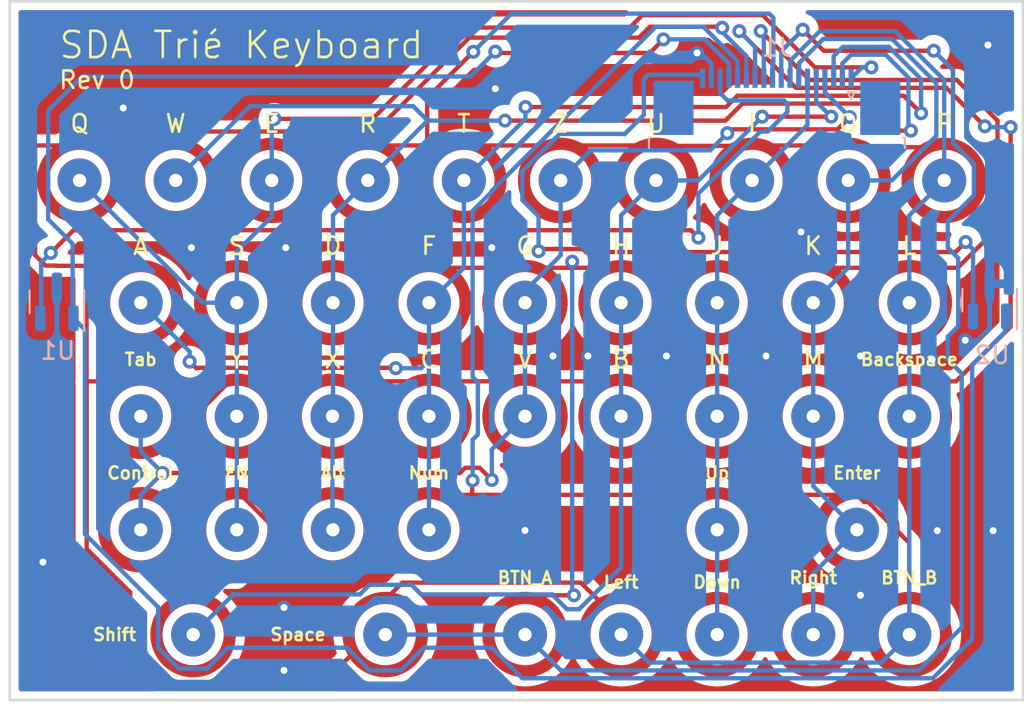
<source format=kicad_pcb>
(kicad_pcb (version 20211014) (generator pcbnew)
  (layers (0 "F.Cu" signal) (31 "B.Cu" signal) (34 "B.Paste" user) (35 "F.Paste" user) (36 "B.SilkS" user "B.Silkscreen") (37 "F.SilkS" user "F.Silkscreen") (38 "B.Mask" user) (39 "F.Mask" user) (44 "Edge.Cuts" user))
  (net 0 "")
  (net 1 "KBD_0")
  (net 2 "KBD_1")
  (net 3 "KBD_2")
  (net 4 "KBD_3")
  (net 5 "KBD_4")
  (net 6 "KBD_5")
  (net 7 "KBD_6")
  (net 8 "KBD_7")
  (net 9 "KBD_A")
  (net 10 "KBD_B")
  (net 11 "KBD_C")
  (net 12 "KBD_D")
  (net 13 "KBD_E")
  (net 14 "KBD_8")
  (net 15 "+3.3V")
  (net 16 "GND")
  (net 17 "HAL_OUT_L")
  (net 18 "HAL_OUT_R")
  (footprint "sda-tact:TACT_4MM" (layer "F.Cu") (at 101 47.25 -90)
    (fp_text reference "SW29" hide)
    (fp_text value "L")
  )
  (footprint "sda-tact:TACT_4MM" (layer "F.Cu") (at 90 53.75 -90)
    (fp_text reference "SW36" hide)
    (fp_text value "N")
  )
  (footprint "sda-tact:TACT_4MM" (layer "F.Cu") (at 79 66.25 -90)
    (fp_text reference "SW38" hide)
    (fp_text value "BTN_A")
  )
  (footprint "sda-tact:TACT_4MM" (layer "F.Cu") (at 62.5 47.25 -90)
    (fp_text reference "SW16" hide)
    (fp_text value "S")
  )
  (footprint "sda-tact:TACT_4MM" (layer "F.Cu") (at 101 66.25 -90)
    (fp_text reference "SW44" hide)
    (fp_text value "BTN_B")
  )
  (footprint "sda-tact:TACT_4MM" (layer "F.Cu") (at 81.039205 40.25 -90)
    (fp_text reference "SW4")
    (fp_text value "Z")
  )
  (footprint "sda-tact:TACT_4MM" (layer "F.Cu") (at 103 40.25 -90)
    (fp_text reference "SW14")
    (fp_text value "P")
  )
  (footprint "sda-tact:TACT_4MM" (layer "F.Cu") (at 62.5 53.75 -90)
    (fp_text reference "SW31" hide)
    (fp_text value "Y")
  )
  (footprint "sda-tact:TACT_4MM" (layer "F.Cu") (at 73.5 47.25 -90)
    (fp_text reference "SW18" hide)
    (fp_text value "F")
  )
  (footprint "sda-tact:TACT_4MM" (layer "F.Cu") (at 64.5 40.25 -90)
    (fp_text reference "SW1")
    (fp_text value "E")
  )
  (footprint "sda-tact:TACT_4MM" (layer "F.Cu") (at 90 66.25 -90)
    (fp_text reference "SW12" hide)
    (fp_text value "Down")
  )
  (footprint "sda-tact:TACT_4MM" (layer "F.Cu") (at 84.5 66.25 -90)
    (fp_text reference "SW40" hide)
    (fp_text value "Left")
  )
  (footprint "sda-tact:TACT_4MM" (layer "F.Cu") (at 97.5 40.25 -90)
    (fp_text reference "SW13")
    (fp_text value "O")
  )
  (footprint "sda-tact:TACT_4MM" (layer "F.Cu") (at 90 60.25 -90)
    (fp_text reference "SW27" hide)
    (fp_text value "Up")
  )
  (footprint "sda-tact:TACT_4MM" (layer "F.Cu") (at 59 40.25 -90)
    (fp_text reference "SW8")
    (fp_text value "W")
  )
  (footprint "sda-tact:TACT_4MM" (layer "F.Cu") (at 62.5 60.25 -90)
    (fp_text reference "SW22" hide)
    (fp_text value "FN")
  )
  (footprint "sda-tact:TACT_4MM" (layer "F.Cu") (at 86.5 40.25 -90)
    (fp_text reference "SW5")
    (fp_text value "U")
  )
  (footprint "sda-tact:TACT_4MM" (layer "F.Cu") (at 57 47.25 -90)
    (fp_text reference "SW9" hide)
    (fp_text value "A")
  )
  (footprint "sda-tact:TACT_4MM" (layer "F.Cu") (at 90 47.25 -90)
    (fp_text reference "SW21" hide)
    (fp_text value "J")
  )
  (footprint "sda-tact:TACT_4MM" (layer "F.Cu") (at 95.5 66.25 -90)
    (fp_text reference "SW15" hide)
    (fp_text value "Right")
  )
  (footprint "sda-tact:TACT_4MM" (layer "F.Cu") (at 71 66.25 -90)
    (fp_text reference "SW41" hide)
    (fp_text value "Space")
  )
  (footprint "sda-tact:TACT_4MM" (layer "F.Cu") (at 79 53.75 -90)
    (fp_text reference "SW34" hide)
    (fp_text value "V")
  )
  (footprint "sda-tact:TACT_4MM" (layer "F.Cu") (at 95.5 47.25 -90)
    (fp_text reference "SW28" hide)
    (fp_text value "K")
  )
  (footprint "sda-tact:TACT_4MM" (layer "F.Cu") (at 67.976288 53.75 -90)
    (fp_text reference "SW32" hide)
    (fp_text value "X")
  )
  (footprint "sda-tact:TACT_4MM" (layer "F.Cu") (at 73.5 60.25 -90)
    (fp_text reference "SW24" hide)
    (fp_text value "Num")
  )
  (footprint "sda-tact:TACT_4MM" (layer "F.Cu") (at 98 60.25 -90)
    (fp_text reference "SW30" hide)
    (fp_text value "Enter")
  )
  (footprint "sda-tact:TACT_4MM" (layer "F.Cu") (at 92 40.25 -90)
    (fp_text reference "SW6")
    (fp_text value "I")
  )
  (footprint "sda-tact:TACT_4MM" (layer "F.Cu") (at 68 60.25 -90)
    (fp_text reference "SW23" hide)
    (fp_text value "Alt")
  )
  (footprint "sda-tact:TACT_4MM" (layer "F.Cu") (at 95.5 53.75 -90)
    (fp_text reference "SW42" hide)
    (fp_text value "M")
  )
  (footprint "sda-tact:TACT_4MM" (layer "F.Cu") (at 79 47.25 -90)
    (fp_text reference "SW19" hide)
    (fp_text value "G")
  )
  (footprint "sda-tact:TACT_4MM" (layer "F.Cu") (at 68.007995 47.25 -90)
    (fp_text reference "SW17" hide)
    (fp_text value "D")
  )
  (footprint "sda-tact:TACT_4MM" (layer "F.Cu") (at 60 66.25 -90)
    (fp_text reference "SW26" hide)
    (fp_text value "Shift")
  )
  (footprint "sda-tact:TACT_4MM" (layer "F.Cu") (at 84.5 53.75 -90)
    (fp_text reference "SW35" hide)
    (fp_text value "B")
  )
  (footprint "sda-tact:TACT_4MM" (layer "F.Cu") (at 101 53.75 -90)
    (fp_text reference "SW43" hide)
    (fp_text value "Backspace")
  )
  (footprint "sda-tact:TACT_4MM" (layer "F.Cu") (at 57 60.25 -90)
    (fp_text reference "SW25" hide)
    (fp_text value "Control")
  )
  (footprint "sda-tact:TACT_4MM" (layer "F.Cu") (at 84.5 47.25 -90)
    (fp_text reference "SW20" hide)
    (fp_text value "H")
  )
  (footprint "sda-tact:TACT_4MM" (layer "F.Cu") (at 75.5 40.25 -90)
    (fp_text reference "SW3")
    (fp_text value "T")
  )
  (footprint "sda-tact:TACT_4MM" (layer "F.Cu") (at 70 40.25 -90)
    (fp_text reference "SW2")
    (fp_text value "R")
  )
  (footprint "sda-tact:TACT_4MM" (layer "F.Cu") (at 73.5 53.75 -90)
    (fp_text reference "SW33" hide)
    (fp_text value "C")
  )
  (footprint "sda-tact:TACT_4MM" (layer "F.Cu") (at 53.5 40.25 -90)
    (fp_text reference "SW7")
    (fp_text value "Q")
  )
  (footprint "sda-tact:TACT_4MM" (layer "F.Cu") (at 57 53.75 -90)
    (fp_text reference "SW10" hide)
    (fp_text value "Tab")
  )
  (footprint "Package_TO_SOT_SMD:SOT-23" (layer "B.Cu") (at 105.6 47.1 90)
    (fp_text reference "U2")
    (fp_text value "AH1383")
  )
  (footprint "Connector_FFC-FPC:TE_1-1734839-8_1x18-1MP_P0.5mm_Horizontal" (layer "B.Cu") (at 93.4194 35.7502 180)
    (fp_text reference "J1")
    (fp_text value "MainBoard")
  )
  (footprint "Package_TO_SOT_SMD:SOT-23" (layer "B.Cu") (at 52.2 47.2 90)
    (fp_text reference "U1")
    (fp_text value "AH1383")
  )
  (gr_rect (start 49.5 29.995496) (end 107.5 70.004504) (layer "Edge.Cuts") (width 0.15) (fill none))
  (gr_text "SDA Trié Keyboard" (at 62.761905 32.5) (layer "F.SilkS") (effects (font (size 1.5 1.5))))
  (gr_text "Rev 0" (at 54.5 34.5) (layer "F.SilkS") (effects (font (size 1 1))))
  (segment (start 95.595996 33.775999) (end 92.605753 30.785756) (width 0.25) (layer "F.Cu") (net 1))
  (segment (start 70.2755 36.7245) (end 64.658393 36.7245) (width 0.25) (layer "F.Cu") (net 1))
  (segment (start 85.714244 30.785756) (end 85 31.5) (width 0.25) (layer "F.Cu") (net 1))
  (segment (start 85 31.5) (end 75.5 31.5) (width 0.25) (layer "F.Cu") (net 1))
  (segment (start 98.827065 33.775999) (end 95.595996 33.775999) (width 0.25) (layer "F.Cu") (net 1))
  (segment (start 92.605753 30.785756) (end 85.714244 30.785756) (width 0.25) (layer "F.Cu") (net 1))
  (segment (start 75.5 31.5) (end 70.2755 36.7245) (width 0.25) (layer "F.Cu") (net 1))
  (via (at 64.658393 36.7245) (size 0.8) (drill 0.4) (layers "F.Cu" "B.Cu") (net 1))
  (via (at 98.827065 33.775999) (size 0.8) (drill 0.4) (layers "F.Cu" "B.Cu") (net 1))
  (segment (start 56.925 43.625) (end 60.55 47.25) (width 0.25) (layer "B.Cu") (net 1))
  (segment (start 97.6694 34.4002) (end 98.293601 33.775999) (width 0.25) (layer "B.Cu") (net 1))
  (segment (start 62.5 44.325) (end 62.5 47.25) (width 0.25) (layer "B.Cu") (net 1))
  (segment (start 60.55 47.25) (end 62.5 47.25) (width 0.25) (layer "B.Cu") (net 1))
  (segment (start 53.5 40.25) (end 56.875 43.625) (width 0.25) (layer "B.Cu") (net 1))
  (segment (start 98.293601 33.775999) (end 98.827065 33.775999) (width 0.25) (layer "B.Cu") (net 1))
  (segment (start 64.5 36.882893) (end 64.658393 36.7245) (width 0.25) (layer "B.Cu") (net 1))
  (segment (start 64.5 40.25) (end 64.5 36.882893) (width 0.25) (layer "B.Cu") (net 1))
  (segment (start 56.875 43.625) (end 56.925 43.625) (width 0.25) (layer "B.Cu") (net 1))
  (segment (start 64.5 42.325) (end 62.5 44.325) (width 0.25) (layer "B.Cu") (net 1))
  (segment (start 62.5 47.25) (end 62.5 53.75) (width 0.25) (layer "B.Cu") (net 1))
  (segment (start 64.5 40.25) (end 64.5 42.325) (width 0.25) (layer "B.Cu") (net 1))
  (segment (start 62.5 53.75) (end 62.5 60.25) (width 0.25) (layer "B.Cu") (net 1))
  (segment (start 90.475 36.825) (end 91.45 35.85) (width 0.25) (layer "F.Cu") (net 2))
  (segment (start 77.85 36.825) (end 90.475 36.825) (width 0.25) (layer "F.Cu") (net 2))
  (segment (start 98.475 35.85) (end 100.025 37.4) (width 0.25) (layer "F.Cu") (net 2))
  (segment (start 100.025 37.4) (end 101.088902 37.4) (width 0.25) (layer "F.Cu") (net 2))
  (segment (start 91.45 35.85) (end 98.475 35.85) (width 0.25) (layer "F.Cu") (net 2))
  (via (at 77.85 36.825) (size 0.8) (drill 0.4) (layers "F.Cu" "B.Cu") (net 2))
  (via (at 101.088902 37.4) (size 0.8) (drill 0.4) (layers "F.Cu" "B.Cu") (net 2))
  (segment (start 68.007995 42.242005) (end 68.007995 47.25) (width 0.25) (layer "B.Cu") (net 2))
  (segment (start 100.95 34.3608) (end 99.640699 33.051499) (width 0.25) (layer "B.Cu") (net 2))
  (segment (start 97.1694 33.5502) (end 97.1694 34.4002) (width 0.25) (layer "B.Cu") (net 2))
  (segment (start 63.25 36) (end 72.6 36) (width 0.25) (layer "B.Cu") (net 2))
  (segment (start 68.007995 47.25) (end 68.007995 53.718293) (width 0.25) (layer "B.Cu") (net 2))
  (segment (start 67.976288 53.75) (end 67.976288 60.226288) (width 0.25) (layer "B.Cu") (net 2))
  (segment (start 59 40.25) (end 63.25 36) (width 0.25) (layer "B.Cu") (net 2))
  (segment (start 100.95 37.261098) (end 100.95 34.3608) (width 0.25) (layer "B.Cu") (net 2))
  (segment (start 99.640699 33.051499) (end 97.668101 33.051499) (width 0.25) (layer "B.Cu") (net 2))
  (segment (start 68.007995 53.718293) (end 67.976288 53.75) (width 0.25) (layer "B.Cu") (net 2))
  (segment (start 97.668101 33.051499) (end 97.1694 33.5502) (width 0.25) (layer "B.Cu") (net 2))
  (segment (start 72.6 36) (end 73.425 36.825) (width 0.25) (layer "B.Cu") (net 2))
  (segment (start 73.425 36.825) (end 77.85 36.825) (width 0.25) (layer "B.Cu") (net 2))
  (segment (start 70 40.25) (end 73.425 36.825) (width 0.25) (layer "B.Cu") (net 2))
  (segment (start 70 40.25) (end 68.007995 42.242005) (width 0.25) (layer "B.Cu") (net 2))
  (segment (start 101.088902 37.4) (end 100.95 37.261098) (width 0.25) (layer "B.Cu") (net 2))
  (segment (start 67.976288 60.226288) (end 68 60.25) (width 0.25) (layer "B.Cu") (net 2))
  (segment (start 90.509002 36.05) (end 91.159501 35.399501) (width 0.25) (layer "F.Cu") (net 3))
  (segment (start 62.961569 51) (end 67.530665 51) (width 0.25) (layer "F.Cu") (net 3))
  (segment (start 67.530665 51) (end 67.553217 50.977448) (width 0.25) (layer "F.Cu") (net 3))
  (segment (start 62.939017 50.977448) (end 62.961569 51) (width 0.25) (layer "F.Cu") (net 3))
  (segment (start 59.8 50.625) (end 60.175 51) (width 0.25) (layer "F.Cu") (net 3))
  (segment (start 91.159501 35.399501) (end 100.673502 35.399501) (width 0.25) (layer "F.Cu") (net 3))
  (segment (start 100.673502 35.399501) (end 101.6745 36.400499) (width 0.25) (layer "F.Cu") (net 3))
  (segment (start 71.577448 50.977448) (end 71.6 51) (width 0.25) (layer "F.Cu") (net 3))
  (segment (start 67.553217 50.977448) (end 71.577448 50.977448) (width 0.25) (layer "F.Cu") (net 3))
  (segment (start 60.197552 50.977448) (end 62.939017 50.977448) (width 0.25) (layer "F.Cu") (net 3))
  (segment (start 60.175 51) (end 60.197552 50.977448) (width 0.25) (layer "F.Cu") (net 3))
  (segment (start 79.025 36.05) (end 90.509002 36.05) (width 0.25) (layer "F.Cu") (net 3))
  (via (at 71.6 51) (size 0.8) (drill 0.4) (layers "F.Cu" "B.Cu") (net 3))
  (via (at 79.025 36.05) (size 0.8) (drill 0.4) (layers "F.Cu" "B.Cu") (net 3))
  (via (at 59.8 50.625) (size 0.8) (drill 0.4) (layers "F.Cu" "B.Cu") (net 3))
  (via (at 101.6745 36.400499) (size 0.8) (drill 0.4) (layers "F.Cu" "B.Cu") (net 3))
  (segment (start 73.5 50.55) (end 73.5 53.75) (width 0.25) (layer "B.Cu") (net 3))
  (segment (start 73.5 47.25) (end 73.5 50.55) (width 0.25) (layer "B.Cu") (net 3))
  (segment (start 75.5 45.25) (end 73.5 47.25) (width 0.25) (layer "B.Cu") (net 3))
  (segment (start 75.5 40.25) (end 75.5 45.25) (width 0.25) (layer "B.Cu") (net 3))
  (segment (start 96.6694 34.4002) (end 96.6694 33.1306) (width 0.25) (layer "B.Cu") (net 3))
  (segment (start 96.6694 33.1306) (end 97.198002 32.601998) (width 0.25) (layer "B.Cu") (net 3))
  (segment (start 99.826888 32.601998) (end 101.6745 34.44961) (width 0.25) (layer "B.Cu") (net 3))
  (segment (start 75.5 40.25) (end 79.025 36.725) (width 0.25) (layer "B.Cu") (net 3))
  (segment (start 97.198002 32.601998) (end 99.826888 32.601998) (width 0.25) (layer "B.Cu") (net 3))
  (segment (start 79.025 36.725) (end 79.025 36.05) (width 0.25) (layer "B.Cu") (net 3))
  (segment (start 59.8 50.05) (end 59.8 50.625) (width 0.25) (layer "B.Cu") (net 3))
  (segment (start 73.05 51) (end 71.6 51) (width 0.25) (layer "B.Cu") (net 3))
  (segment (start 101.6745 34.44961) (end 101.6745 36.400499) (width 0.25) (layer "B.Cu") (net 3))
  (segment (start 57 47.25) (end 59.8 50.05) (width 0.25) (layer "B.Cu") (net 3))
  (segment (start 73.5 50.55) (end 73.05 51) (width 0.25) (layer "B.Cu") (net 3))
  (segment (start 73.5 53.75) (end 73.5 60.25) (width 0.25) (layer "B.Cu") (net 3))
  (segment (start 97.589898 36.625) (end 96.889898 37.325) (width 0.25) (layer "F.Cu") (net 4))
  (segment (start 58.25 57) (end 75.28 57) (width 0.25) (layer "F.Cu") (net 4))
  (segment (start 77.1 57.4) (end 76.4005 56.7005) (width 0.25) (layer "F.Cu") (net 4))
  (segment (start 90.803541 37.325) (end 90.581225 37.547316) (width 0.25) (layer "F.Cu") (net 4))
  (segment (start 96.889898 37.325) (end 90.803541 37.325) (width 0.25) (layer "F.Cu") (net 4))
  (segment (start 76.4005 56.7005) (end 75.5795 56.7005) (width 0.25) (layer "F.Cu") (net 4))
  (segment (start 75.28 57) (end 75.5795 56.7005) (width 0.25) (layer "F.Cu") (net 4))
  (via (at 58.25 57) (size 0.8) (drill 0.4) (layers "F.Cu" "B.Cu") (net 4))
  (via (at 77.1 57.4) (size 0.8) (drill 0.4) (layers "F.Cu" "B.Cu") (net 4))
  (via (at 90.581225 37.547316) (size 0.8) (drill 0.4) (layers "F.Cu" "B.Cu") (net 4))
  (via (at 97.589898 36.625) (size 0.8) (drill 0.4) (layers "F.Cu" "B.Cu") (net 4))
  (segment (start 57 60.25) (end 57 58.25) (width 0.25) (layer "B.Cu") (net 4))
  (segment (start 97.589898 36.625) (end 96.1694 35.204502) (width 0.25) (layer "B.Cu") (net 4))
  (segment (start 82.764205 38.525) (end 89.603541 38.525) (width 0.25) (layer "B.Cu") (net 4))
  (segment (start 79 46.575402) (end 79 47.25) (width 0.25) (layer "B.Cu") (net 4))
  (segment (start 57 53.75) (end 57 55.75) (width 0.25) (layer "B.Cu") (net 4))
  (segment (start 81.039205 40.25) (end 81.039205 44.536197) (width 0.25) (layer "B.Cu") (net 4))
  (segment (start 57 58.25) (end 58.25 57) (width 0.25) (layer "B.Cu") (net 4))
  (segment (start 57 55.75) (end 58.25 57) (width 0.25) (layer "B.Cu") (net 4))
  (segment (start 89.603541 38.525) (end 90.581225 37.547316) (width 0.25) (layer "B.Cu") (net 4))
  (segment (start 81.039205 40.25) (end 82.764205 38.525) (width 0.25) (layer "B.Cu") (net 4))
  (segment (start 79 47.25) (end 79 53.75) (width 0.25) (layer "B.Cu") (net 4))
  (segment (start 77.1 55.65) (end 79 53.75) (width 0.25) (layer "B.Cu") (net 4))
  (segment (start 96.1694 35.204502) (end 96.1694 34.4002) (width 0.25) (layer "B.Cu") (net 4))
  (segment (start 81.039205 44.536197) (end 79 46.575402) (width 0.25) (layer "B.Cu") (net 4))
  (segment (start 58.325 57.075) (end 58.25 57) (width 0.25) (layer "B.Cu") (net 4))
  (segment (start 77.1 57.4) (end 77.1 55.65) (width 0.25) (layer "B.Cu") (net 4))
  (segment (start 96.529958 36.6005) (end 92.5745 36.6005) (width 0.25) (layer "F.Cu") (net 5))
  (via (at 96.529958 36.6005) (size 0.8) (drill 0.4) (layers "F.Cu" "B.Cu") (net 5))
  (via (at 92.5745 36.6005) (size 0.8) (drill 0.4) (layers "F.Cu" "B.Cu") (net 5))
  (segment (start 95.6694 35.739942) (end 96.529958 36.6005) (width 0.25) (layer "B.Cu") (net 5))
  (segment (start 81.4 64.8) (end 80.549501 63.949501) (width 0.25) (layer "B.Cu") (net 5))
  (segment (start 72.5 63.4) (end 70.1 63.4) (width 0.25) (layer "B.Cu") (net 5))
  (segment (start 88.925 40.25) (end 92.5745 36.6005) (width 0.25) (layer "B.Cu") (net 5))
  (segment (start 69.550499 63.949501) (end 62.300499 63.949501) (width 0.25) (layer "B.Cu") (net 5))
  (segment (start 95.6694 34.4002) (end 95.6694 35.739942) (width 0.25) (layer "B.Cu") (net 5))
  (segment (start 84.5 47.25) (end 84.5 53.75) (width 0.25) (layer "B.Cu") (net 5))
  (segment (start 86.5 40.25) (end 84.5 42.25) (width 0.25) (layer "B.Cu") (net 5))
  (segment (start 70.1 63.4) (end 69.550499 63.949501) (width 0.25) (layer "B.Cu") (net 5))
  (segment (start 80.549501 63.949501) (end 73.049501 63.949501) (width 0.25) (layer "B.Cu") (net 5))
  (segment (start 62.300499 63.949501) (end 60 66.25) (width 0.25) (layer "B.Cu") (net 5))
  (segment (start 73.049501 63.949501) (end 72.5 63.4) (width 0.25) (layer "B.Cu") (net 5))
  (segment (start 82.1 64.8) (end 81.4 64.8) (width 0.25) (layer "B.Cu") (net 5))
  (segment (start 84.5 42.25) (end 84.5 47.25) (width 0.25) (layer "B.Cu") (net 5))
  (segment (start 84.5 53.75) (end 84.5 62.4) (width 0.25) (layer "B.Cu") (net 5))
  (segment (start 84.5 62.4) (end 82.1 64.8) (width 0.25) (layer "B.Cu") (net 5))
  (segment (start 86.5 40.25) (end 88.925 40.25) (width 0.25) (layer "B.Cu") (net 5))
  (segment (start 90 66.25) (end 90 60.25) (width 0.25) (layer "B.Cu") (net 6))
  (segment (start 95.1694 37.0806) (end 95.1694 34.4002) (width 0.25) (layer "B.Cu") (net 6))
  (segment (start 90 47.25) (end 90 42.25) (width 0.25) (layer "B.Cu") (net 6))
  (segment (start 92 40.25) (end 95.1694 37.0806) (width 0.25) (layer "B.Cu") (net 6))
  (segment (start 90 60.25) (end 90 53.75) (width 0.25) (layer "B.Cu") (net 6))
  (segment (start 90 42.25) (end 92 40.25) (width 0.25) (layer "B.Cu") (net 6))
  (segment (start 90 53.75) (end 90 47.25) (width 0.25) (layer "B.Cu") (net 6))
  (segment (start 96.072503 32.152497) (end 100.013077 32.152497) (width 0.25) (layer "B.Cu") (net 7))
  (segment (start 102.55 37.7) (end 100 40.25) (width 0.25) (layer "B.Cu") (net 7))
  (segment (start 94.6944 34.3752) (end 94.6944 33.5306) (width 0.25) (layer "B.Cu") (net 7))
  (segment (start 94.6694 34.4002) (end 94.6944 34.3752) (width 0.25) (layer "B.Cu") (net 7))
  (segment (start 100.013077 32.152497) (end 102.55 34.68942) (width 0.25) (layer "B.Cu") (net 7))
  (segment (start 97.5 45.25) (end 95.5 47.25) (width 0.25) (layer "B.Cu") (net 7))
  (segment (start 95.5 53.75) (end 95.5 57.75) (width 0.25) (layer "B.Cu") (net 7))
  (segment (start 95.5 57.75) (end 98 60.25) (width 0.25) (layer "B.Cu") (net 7))
  (segment (start 98 60.25) (end 95.5 62.75) (width 0.25) (layer "B.Cu") (net 7))
  (segment (start 95.5 62.75) (end 95.5 66.25) (width 0.25) (layer "B.Cu") (net 7))
  (segment (start 95.5 47.25) (end 95.5 53.75) (width 0.25) (layer "B.Cu") (net 7))
  (segment (start 102.55 34.68942) (end 102.55 37.7) (width 0.25) (layer "B.Cu") (net 7))
  (segment (start 94.6944 33.5306) (end 96.072503 32.152497) (width 0.25) (layer "B.Cu") (net 7))
  (segment (start 97.5 40.25) (end 97.5 45.25) (width 0.25) (layer "B.Cu") (net 7))
  (segment (start 100 40.25) (end 97.5 40.25) (width 0.25) (layer "B.Cu") (net 7))
  (segment (start 94.1694 34.4002) (end 94.1944 34.3752) (width 0.25) (layer "B.Cu") (net 8))
  (segment (start 84.5 66.25) (end 86.100998 67.850998) (width 0.25) (layer "B.Cu") (net 8))
  (segment (start 86.100998 67.850998) (end 99.399002 67.850998) (width 0.25) (layer "B.Cu") (net 8))
  (segment (start 101 53.75) (end 101 66.25) (width 0.25) (layer "B.Cu") (net 8))
  (segment (start 101 53.75) (end 101 47.25) (width 0.25) (layer "B.Cu") (net 8))
  (segment (start 101 42.25) (end 101 47.25) (width 0.25) (layer "B.Cu") (net 8))
  (segment (start 100.198767 31.702497) (end 103 34.50373) (width 0.25) (layer "B.Cu") (net 8))
  (segment (start 103 40.25) (end 101 42.25) (width 0.25) (layer "B.Cu") (net 8))
  (segment (start 99.399002 67.850998) (end 101 66.25) (width 0.25) (layer "B.Cu") (net 8))
  (segment (start 94.1944 34.3752) (end 94.1944 33.388804) (width 0.25) (layer "B.Cu") (net 8))
  (segment (start 103 34.50373) (end 103 40.25) (width 0.25) (layer "B.Cu") (net 8))
  (segment (start 94.1944 33.388804) (end 95.880707 31.702497) (width 0.25) (layer "B.Cu") (net 8))
  (segment (start 95.880707 31.702497) (end 100.198767 31.702497) (width 0.25) (layer "B.Cu") (net 8))
  (segment (start 86.521816 38.271816) (end 91.978184 38.271816) (width 0.25) (layer "F.Cu") (net 9))
  (segment (start 97.5995 38.3495) (end 102.9005 38.3495) (width 0.25) (layer "F.Cu") (net 9))
  (segment (start 64.5 38.25) (end 70 38.25) (width 0.25) (layer "F.Cu") (net 9))
  (segment (start 73.4 35.525) (end 76.0375 32.8875) (width 0.25) (layer "F.Cu") (net 9))
  (segment (start 75.5 38.25) (end 81.039205 38.25) (width 0.25) (layer "F.Cu") (net 9))
  (segment (start 75.5 38.25) (end 73.4 38.25) (width 0.25) (layer "F.Cu") (net 9))
  (segment (start 81.039205 38.25) (end 86.5 38.25) (width 0.25) (layer "F.Cu") (net 9))
  (segment (start 102.9005 38.3495) (end 103 38.25) (width 0.25) (layer "F.Cu") (net 9))
  (segment (start 86.5 38.25) (end 86.521816 38.271816) (width 0.25) (layer "F.Cu") (net 9))
  (segment (start 73.4 38.25) (end 70 38.25) (width 0.25) (layer "F.Cu") (net 9))
  (segment (start 92 38.25) (end 97.5 38.25) (width 0.25) (layer "F.Cu") (net 9))
  (segment (start 73.4 38.25) (end 73.4 35.525) (width 0.25) (layer "F.Cu") (net 9))
  (segment (start 97.5 38.25) (end 97.5995 38.3495) (width 0.25) (layer "F.Cu") (net 9))
  (segment (start 91.978184 38.271816) (end 92 38.25) (width 0.25) (layer "F.Cu") (net 9))
  (via (at 76.0375 32.8875) (size 0.8) (drill 0.4) (layers "F.Cu" "B.Cu") (net 9))
  (segment (start 93.1694 33.530198) (end 93.219899 33.479699) (width 0.25) (layer "B.Cu") (net 9))
  (segment (start 93.219899 30.944899) (end 92.975 30.7) (width 0.25) (layer "B.Cu") (net 9))
  (segment (start 78.225 30.7) (end 76.0375 32.8875) (width 0.25) (layer "B.Cu") (net 9))
  (segment (start 93.1694 34.4002) (end 93.1694 33.530198) (width 0.25) (layer "B.Cu") (net 9))
  (segment (start 93.219899 33.479699) (end 93.219899 30.944899) (width 0.25) (layer "B.Cu") (net 9))
  (segment (start 92.975 30.7) (end 78.225 30.7) (width 0.25) (layer "B.Cu") (net 9))
  (segment (start 81.65 45.25) (end 81.65 44.95) (width 0.25) (layer "F.Cu") (net 10))
  (segment (start 73.5 45.25) (end 79 45.25) (width 0.25) (layer "F.Cu") (net 10))
  (segment (start 103.725097 34.500499) (end 95.295898 34.500499) (width 0.25) (layer "F.Cu") (net 10))
  (segment (start 68.007995 45.25) (end 73.5 45.25) (width 0.25) (layer "F.Cu") (net 10))
  (segment (start 81.65 45.25) (end 84.5 45.25) (width 0.25) (layer "F.Cu") (net 10))
  (segment (start 62.5 45.25) (end 68.007995 45.25) (width 0.25) (layer "F.Cu") (net 10))
  (segment (start 95.5 45.25) (end 101 45.25) (width 0.25) (layer "F.Cu") (net 10))
  (segment (start 84.5 45.25) (end 90 45.25) (width 0.25) (layer "F.Cu") (net 10))
  (segment (start 90 45.25) (end 95.5 45.25) (width 0.25) (layer "F.Cu") (net 10))
  (segment (start 79 45.25) (end 81.65 45.25) (width 0.25) (layer "F.Cu") (net 10))
  (segment (start 95.295898 34.500499) (end 92.495399 31.7) (width 0.25) (layer "F.Cu") (net 10))
  (segment (start 81.65 44.95) (end 81.7 44.9) (width 0.25) (layer "F.Cu") (net 10))
  (segment (start 81.8 64) (end 79.25 64) (width 0.25) (layer "F.Cu") (net 10))
  (segment (start 79.25 64) (end 79 64.25) (width 0.25) (layer "F.Cu") (net 10))
  (segment (start 106.0495 36.824902) (end 103.725097 34.500499) (width 0.25) (layer "F.Cu") (net 10))
  (segment (start 106.0495 42.975098) (end 106.0495 36.824902) (width 0.25) (layer "F.Cu") (net 10))
  (segment (start 103.774598 45.25) (end 106.0495 42.975098) (width 0.25) (layer "F.Cu") (net 10))
  (segment (start 101 45.25) (end 103.774598 45.25) (width 0.25) (layer "F.Cu") (net 10))
  (via (at 81.7 44.9) (size 0.8) (drill 0.4) (layers "F.Cu" "B.Cu") (net 10))
  (via (at 81.8 64) (size 0.8) (drill 0.4) (layers "F.Cu" "B.Cu") (net 10))
  (via (at 92.495399 31.7) (size 0.8) (drill 0.4) (layers "F.Cu" "B.Cu") (net 10))
  (segment (start 81.7 44.9) (end 81.7 63.9) (width 0.25) (layer "B.Cu") (net 10))
  (segment (start 92.6694 31.874001) (end 92.495399 31.7) (width 0.25) (layer "B.Cu") (net 10))
  (segment (start 81.7 63.9) (end 81.8 64) (width 0.25) (layer "B.Cu") (net 10))
  (segment (start 92.6694 34.4002) (end 92.6694 31.874001) (width 0.25) (layer "B.Cu") (net 10))
  (segment (start 60.425 53.425) (end 62.1 51.75) (width 0.25) (layer "F.Cu") (net 11))
  (segment (start 90 51.75) (end 95.5 51.75) (width 0.25) (layer "F.Cu") (net 11))
  (segment (start 103.675 51.75) (end 106.8 48.625) (width 0.25) (layer "F.Cu") (net 11))
  (segment (start 67.976288 51.75) (end 73.5 51.75) (width 0.25) (layer "F.Cu") (net 11))
  (segment (start 94.516279 34.95) (end 91.270288 31.704009) (width 0.25) (layer "F.Cu") (net 11))
  (segment (start 84.5 51.75) (end 90 51.75) (width 0.25) (layer "F.Cu") (net 11))
  (segment (start 105.325 37.15) (end 103.125 34.95) (width 0.25) (layer "F.Cu") (net 11))
  (segment (start 95.5 51.75) (end 101 51.75) (width 0.25) (layer "F.Cu") (net 11))
  (segment (start 103.125 34.95) (end 94.516279 34.95) (width 0.25) (layer "F.Cu") (net 11))
  (segment (start 101 51.75) (end 103.675 51.75) (width 0.25) (layer "F.Cu") (net 11))
  (segment (start 73.5 51.75) (end 79 51.75) (width 0.25) (layer "F.Cu") (net 11))
  (segment (start 62.1 51.75) (end 62.5 51.75) (width 0.25) (layer "F.Cu") (net 11))
  (segment (start 62.5 51.75) (end 67.976288 51.75) (width 0.25) (layer "F.Cu") (net 11))
  (segment (start 79 51.75) (end 84.5 51.75) (width 0.25) (layer "F.Cu") (net 11))
  (segment (start 106.8 48.625) (end 106.8 37.2) (width 0.25) (layer "F.Cu") (net 11))
  (via (at 105.325 37.15) (size 0.8) (drill 0.4) (layers "F.Cu" "B.Cu") (net 11))
  (via (at 106.8 37.2) (size 0.8) (drill 0.4) (layers "F.Cu" "B.Cu") (net 11))
  (via (at 91.270288 31.704009) (size 0.8) (drill 0.4) (layers "F.Cu" "B.Cu") (net 11))
  (segment (start 105.325 37.15) (end 105.375 37.2) (width 0.25) (layer "B.Cu") (net 11))
  (segment (start 92.1694 32.603121) (end 91.270288 31.704009) (width 0.25) (layer "B.Cu") (net 11))
  (segment (start 92.1694 34.4002) (end 92.1694 32.603121) (width 0.25) (layer "B.Cu") (net 11))
  (segment (start 105.375 37.2) (end 106.8 37.2) (width 0.25) (layer "B.Cu") (net 11))
  (segment (start 53.8875 45.1375) (end 54 45.025) (width 0.25) (layer "F.Cu") (net 12))
  (segment (start 53.906425 61.346425) (end 56.4 63.84) (width 0.25) (layer "F.Cu") (net 12))
  (segment (start 53.5 38.25) (end 50.95 38.25) (width 0.25) (layer "F.Cu") (net 12))
  (segment (start 52.162902 45.1375) (end 53.8875 45.1375) (width 0.25) (layer "F.Cu") (net 12))
  (segment (start 50.95 44.524598) (end 51.549902 45.1245) (width 0.25) (layer "F.Cu") (net 12))
  (segment (start 56.4 66.9) (end 58.725 69.225) (width 0.25) (layer "F.Cu") (net 12))
  (segment (start 53.89 51.75) (end 53.906425 51.766425) (width 0.25) (layer "F.Cu") (net 12))
  (segment (start 56.4 63.84) (end 56.4 66.9) (width 0.25) (layer "F.Cu") (net 12))
  (segment (start 83.174598 64.25) (end 84.5 64.25) (width 0.25) (layer "F.Cu") (net 12))
  (segment (start 53.5 38.25) (end 59 38.25) (width 0.25) (layer "F.Cu") (net 12))
  (segment (start 59.801 37.449) (end 70.431 37.449) (width 0.25) (layer "F.Cu") (net 12))
  (segment (start 71 64.25) (end 71.9745 63.2755) (width 0.25) (layer "F.Cu") (net 12))
  (segment (start 50.95 38.25) (end 50.95 44.524598) (width 0.25) (layer "F.Cu") (net 12))
  (segment (start 85.525 32.075) (end 86.1495 31.4505) (width 0.25) (layer "F.Cu") (net 12))
  (segment (start 84.5 64.25) (end 90 64.25) (width 0.25) (layer "F.Cu") (net 12))
  (segment (start 53.9 45.15) (end 53.9 51.74) (width 0.25) (layer "F.Cu") (net 12))
  (segment (start 59 38.25) (end 59.801 37.449) (width 0.25) (layer "F.Cu") (net 12))
  (segment (start 86.1495 31.4505) (end 90.229988 31.4505) (width 0.25) (layer "F.Cu") (net 12))
  (segment (start 90 64.25) (end 95.5 64.25) (width 0.25) (layer "F.Cu") (net 12))
  (segment (start 67.25 69.225) (end 69 67.475) (width 0.25) (layer "F.Cu") (net 12))
  (segment (start 52.149902 45.1245) (end 52.162902 45.1375) (width 0.25) (layer "F.Cu") (net 12))
  (segment (start 70.431 37.449) (end 75.805 32.075) (width 0.25) (layer "F.Cu") (net 12))
  (segment (start 69 67.475) (end 69 66.25) (width 0.25) (layer "F.Cu") (net 12))
  (segment (start 58.725 69.225) (end 67.25 69.225) (width 0.25) (layer "F.Cu") (net 12))
  (segment (start 54 45.025) (end 56.775 45.025) (width 0.25) (layer "F.Cu") (net 12))
  (segment (start 53.906425 51.766425) (end 53.906425 61.346425) (width 0.25) (layer "F.Cu") (net 12))
  (segment (start 71.9745 63.2755) (end 82.200098 63.2755) (width 0.25) (layer "F.Cu") (net 12))
  (segment (start 82.200098 63.2755) (end 83.174598 64.25) (width 0.25) (layer "F.Cu") (net 12))
  (segment (start 75.805 32.075) (end 85.525 32.075) (width 0.25) (layer "F.Cu") (net 12))
  (segment (start 57 51.75) (end 53.89 51.75) (width 0.25) (layer "F.Cu") (net 12))
  (segment (start 51.549902 45.1245) (end 52.149902 45.1245) (width 0.25) (layer "F.Cu") (net 12))
  (segment (start 53.8875 45.1375) (end 53.9 45.15) (width 0.25) (layer "F.Cu") (net 12))
  (segment (start 90.229988 31.4505) (end 90.289744 31.510256) (width 0.25) (layer "F.Cu") (net 12))
  (segment (start 56.775 45.025) (end 57 45.25) (width 0.25) (layer "F.Cu") (net 12))
  (via (at 90.289744 31.510256) (size 0.8) (drill 0.4) (layers "F.Cu" "B.Cu") (net 12))
  (segment (start 91.6694 33.127719) (end 90.289744 31.748063) (width 0.25) (layer "B.Cu") (net 12))
  (segment (start 91.6694 34.4002) (end 91.6694 33.127719) (width 0.25) (layer "B.Cu") (net 12))
  (segment (start 90.289744 31.748063) (end 90.289744 31.510256) (width 0.25) (layer "B.Cu") (net 12))
  (segment (start 75.975 58.25) (end 75.975 57.45) (width 0.25) (layer "F.Cu") (net 13))
  (segment (start 60 64.25) (end 60 63.5) (width 0.25) (layer "F.Cu") (net 13))
  (segment (start 75.975 58.25) (end 79 58.25) (width 0.25) (layer "F.Cu") (net 13))
  (segment (start 62.744357 58.25) (end 62.5 58.25) (width 0.25) (layer "F.Cu") (net 13))
  (segment (start 98.413 58.663) (end 98.657357 58.663) (width 0.25) (layer "F.Cu") (net 13))
  (segment (start 64.874999 60.625) (end 64.874999 60.380642) (width 0.25) (layer "F.Cu") (net 13))
  (segment (start 73.5 58.25) (end 75.975 58.25) (width 0.25) (layer "F.Cu") (net 13))
  (segment (start 79 58.25) (end 84.5 58.25) (width 0.25) (layer "F.Cu") (net 13))
  (segment (start 62.5 63) (end 64.874999 60.625) (width 0.25) (layer "F.Cu") (net 13))
  (segment (start 68 58.25) (end 73.5 58.25) (width 0.25) (layer "F.Cu") (net 13))
  (segment (start 75.975 57.45) (end 76 57.425) (width 0.25) (layer "F.Cu") (net 13))
  (segment (start 60 63.5) (end 60.5 63) (width 0.25) (layer "F.Cu") (net 13))
  (segment (start 57 58.25) (end 62.5 58.25) (width 0.25) (layer "F.Cu") (net 13))
  (segment (start 62.5 58.25) (end 65.25 58.25) (width 0.25) (layer "F.Cu") (net 13))
  (segment (start 60.5 63) (end 62.5 63) (width 0.25) (layer "F.Cu") (net 13))
  (segment (start 65.25 58.25) (end 68 58.25) (width 0.25) (layer "F.Cu") (net 13))
  (segment (start 60 64.25) (end 59.7 63.95) (width 0.25) (layer "F.Cu") (net 13))
  (segment (start 84.5 58.25) (end 90 58.25) (width 0.25) (layer "F.Cu") (net 13))
  (segment (start 64.874999 60.380642) (end 62.744357 58.25) (width 0.25) (layer "F.Cu") (net 13))
  (segment (start 98.657357 58.663) (end 101 61.005643) (width 0.25) (layer "F.Cu") (net 13))
  (segment (start 101 61.005643) (end 101 64.25) (width 0.25) (layer "F.Cu") (net 13))
  (segment (start 98 58.25) (end 98.413 58.663) (width 0.25) (layer "F.Cu") (net 13))
  (segment (start 90 58.25) (end 98 58.25) (width 0.25) (layer "F.Cu") (net 13))
  (via (at 76 57.425) (size 0.8) (drill 0.4) (layers "F.Cu" "B.Cu") (net 13))
  (segment (start 76.3 51.8) (end 76.3 54.8) (width 0.25) (layer "B.Cu") (net 13))
  (segment (start 77.087 40.907357) (end 76 41.994357) (width 0.25) (layer "B.Cu") (net 13))
  (segment (start 76 41.994357) (end 76 51.5) (width 0.25) (layer "B.Cu") (net 13))
  (segment (start 76.3 54.8) (end 76 55.1) (width 0.25) (layer "B.Cu") (net 13))
  (segment (start 77.087 40.85231) (end 77.087 40.907357) (width 0.25) (layer "B.Cu") (net 13))
  (segment (start 76 55.1) (end 76 57.425) (width 0.25) (layer "B.Cu") (net 13))
  (segment (start 91.1694 33.41451) (end 89.20539 31.4505) (width 0.25) (layer "B.Cu") (net 13))
  (segment (start 86.48881 31.4505) (end 77.087 40.85231) (width 0.25) (layer "B.Cu") (net 13))
  (segment (start 91.1694 34.4002) (end 91.1694 33.41451) (width 0.25) (layer "B.Cu") (net 13))
  (segment (start 76 51.5) (end 76.3 51.8) (width 0.25) (layer "B.Cu") (net 13))
  (segment (start 89.20539 31.4505) (end 86.48881 31.4505) (width 0.25) (layer "B.Cu") (net 13))
  (segment (start 94.9 31.625) (end 96.1 32.825) (width 0.25) (layer "F.Cu") (net 14))
  (segment (start 96.1 32.825) (end 102.4 32.825) (width 0.25) (layer "F.Cu") (net 14))
  (via (at 94.9 31.625) (size 0.8) (drill 0.4) (layers "F.Cu" "B.Cu") (net 14))
  (via (at 102.4 32.825) (size 0.8) (drill 0.4) (layers "F.Cu" "B.Cu") (net 14))
  (segment (start 93.6694 34.4002) (end 93.6694 32.8556) (width 0.25) (layer "B.Cu") (net 14))
  (segment (start 103.5 38.1) (end 103.5 33.925) (width 0.25) (layer "B.Cu") (net 14))
  (segment (start 79 66.25) (end 81.050499 68.300499) (width 0.25) (layer "B.Cu") (net 14))
  (segment (start 104 65.85) (end 104 51.3) (width 0.25) (layer "B.Cu") (net 14))
  (segment (start 103.2 49.2) (end 103.8 48.6) (width 0.25) (layer "B.Cu") (net 14))
  (segment (start 103.2 50.5) (end 103.2 49.2) (width 0.25) (layer "B.Cu") (net 14))
  (segment (start 104.7 41.1) (end 104.7 39.3) (width 0.25) (layer "B.Cu") (net 14))
  (segment (start 103.5 33.925) (end 102.4 32.825) (width 0.25) (layer "B.Cu") (net 14))
  (segment (start 79 66.25) (end 71 66.25) (width 0.25) (layer "B.Cu") (net 14))
  (segment (start 103.2 42.6) (end 104.7 41.1) (width 0.25) (layer "B.Cu") (net 14))
  (segment (start 104 51.3) (end 103.2 50.5) (width 0.25) (layer "B.Cu") (net 14))
  (segment (start 103.8 48.6) (end 103.8 44.7) (width 0.25) (layer "B.Cu") (net 14))
  (segment (start 103.2 44.1) (end 103.2 42.6) (width 0.25) (layer "B.Cu") (net 14))
  (segment (start 104.7 39.3) (end 103.5 38.1) (width 0.25) (layer "B.Cu") (net 14))
  (segment (start 103.8 44.7) (end 103.2 44.1) (width 0.25) (layer "B.Cu") (net 14))
  (segment (start 81.050499 68.300499) (end 101.549501 68.300499) (width 0.25) (layer "B.Cu") (net 14))
  (segment (start 93.6694 32.8556) (end 94.9 31.625) (width 0.25) (layer "B.Cu") (net 14))
  (segment (start 101.549501 68.300499) (end 104 65.85) (width 0.25) (layer "B.Cu") (net 14))
  (segment (start 77.375 32.95) (end 86.15 32.95) (width 0.25) (layer "F.Cu") (net 15))
  (segment (start 77.3 32.875) (end 77.375 32.95) (width 0.25) (layer "F.Cu") (net 15))
  (segment (start 86.15 32.95) (end 86.925 32.175) (width 0.25) (layer "F.Cu") (net 15))
  (via (at 86.925 32.175) (size 0.8) (drill 0.4) (layers "F.Cu" "B.Cu") (net 15))
  (via (at 77.3 32.875) (size 0.8) (drill 0.4) (layers "F.Cu" "B.Cu") (net 15))
  (segment (start 59.2 68.2) (end 58 67) (width 0.25) (layer "B.Cu") (net 15))
  (segment (start 62 67) (end 60.8 68.2) (width 0.25) (layer "B.Cu") (net 15))
  (segment (start 106.475 48.925) (end 104.6 50.8) (width 0.25) (layer "B.Cu") (net 15))
  (segment (start 78.85 68.75) (end 77.1 67) (width 0.25) (layer "B.Cu") (net 15))
  (segment (start 53.8074 60.4926) (end 53.8074 48.7949) (width 0.25) (layer "B.Cu") (net 15))
  (segment (start 58 64.6852) (end 53.8074 60.4926) (width 0.25) (layer "B.Cu") (net 15))
  (segment (start 58 67) (end 58 64.6852) (width 0.25) (layer "B.Cu") (net 15))
  (segment (start 68.8 67) (end 62 67) (width 0.25) (layer "B.Cu") (net 15))
  (segment (start 90.6694 34.4002) (end 90.6694 33.5502) (width 0.25) (layer "B.Cu") (net 15))
  (segment (start 53.1 48.0875) (end 53.1 43.875) (width 0.25) (layer "B.Cu") (net 15))
  (segment (start 106.55 48.0375) (end 106.475 48.1125) (width 0.25) (layer "B.Cu") (net 15))
  (segment (start 73.2 67) (end 71.9 68.3) (width 0.25) (layer "B.Cu") (net 15))
  (segment (start 77.1 67) (end 73.2 67) (width 0.25) (layer "B.Cu") (net 15))
  (segment (start 53.8074 48.7949) (end 53.15 48.1375) (width 0.25) (layer "B.Cu") (net 15))
  (segment (start 104.6 50.8) (end 104.6 66.5) (width 0.25) (layer "B.Cu") (net 15))
  (segment (start 89.2942 32.175) (end 86.925 32.175) (width 0.25) (layer "B.Cu") (net 15))
  (segment (start 75.875 34.3) (end 77.3 32.875) (width 0.25) (layer "B.Cu") (net 15))
  (segment (start 53.1 43.875) (end 51.7 42.475) (width 0.25) (layer "B.Cu") (net 15))
  (segment (start 70.1 68.3) (end 68.8 67) (width 0.25) (layer "B.Cu") (net 15))
  (segment (start 51.7 42.475) (end 51.7 36.25) (width 0.25) (layer "B.Cu") (net 15))
  (segment (start 53.15 48.1375) (end 53.1 48.0875) (width 0.25) (layer "B.Cu") (net 15))
  (segment (start 104.6 66.5) (end 102.35 68.75) (width 0.25) (layer "B.Cu") (net 15))
  (segment (start 60.8 68.2) (end 59.2 68.2) (width 0.25) (layer "B.Cu") (net 15))
  (segment (start 71.9 68.3) (end 70.1 68.3) (width 0.25) (layer "B.Cu") (net 15))
  (segment (start 90.6694 33.5502) (end 89.2942 32.175) (width 0.25) (layer "B.Cu") (net 15))
  (segment (start 106.475 48.1125) (end 106.475 48.925) (width 0.25) (layer "B.Cu") (net 15))
  (segment (start 102.35 68.75) (end 78.85 68.75) (width 0.25) (layer "B.Cu") (net 15))
  (segment (start 53.65 34.3) (end 75.875 34.3) (width 0.25) (layer "B.Cu") (net 15))
  (segment (start 51.7 36.25) (end 53.65 34.3) (width 0.25) (layer "B.Cu") (net 15))
  (segment (start 79.9 50.5) (end 72.9 50.5) (width 0.25) (layer "F.Cu") (net 16))
  (segment (start 60.3 49.5) (end 59.3 49.5) (width 0.25) (layer "F.Cu") (net 16))
  (segment (start 70 50) (end 69.6 50.4) (width 0.25) (layer "F.Cu") (net 16))
  (segment (start 65.4 50.4) (end 65.4 50) (width 0.25) (layer "F.Cu") (net 16))
  (segment (start 72.1 50) (end 71.8 50) (width 0.25) (layer "F.Cu") (net 16))
  (segment (start 72.3 50.2) (end 72.1 50) (width 0.25) (layer "F.Cu") (net 16))
  (segment (start 80.1 50.3) (end 79.9 50.5) (width 0.25) (layer "F.Cu") (net 16))
  (segment (start 71.8 50) (end 70 50) (width 0.25) (layer "F.Cu") (net 16))
  (segment (start 72.9 50.5) (end 72.6 50.5) (width 0.25) (layer "F.Cu") (net 16))
  (segment (start 61.2 50.4) (end 60.3 49.5) (width 0.25) (layer "F.Cu") (net 16))
  (segment (start 69.6 50.4) (end 65.4 50.4) (width 0.25) (layer "F.Cu") (net 16))
  (segment (start 59.3 49.5) (end 58.2 50.6) (width 0.25) (layer "F.Cu") (net 16))
  (segment (start 65.4 50.4) (end 61.2 50.4) (width 0.25) (layer "F.Cu") (net 16))
  (segment (start 72.6 50.5) (end 72.3 50.2) (width 0.25) (layer "F.Cu") (net 16))
  (segment (start 80.6 50.3) (end 80.1 50.3) (width 0.25) (layer "F.Cu") (net 16))
  (via (at 98.2 50.3) (size 0.8) (drill 0.4) (layers "F.Cu" "B.Cu") (net 16))
  (via (at 87.1 50.3) (size 0.8) (drill 0.4) (layers "F.Cu" "B.Cu") (net 16))
  (via (at 59.9 44.1) (size 0.8) (drill 0.4) (layers "F.Cu" "B.Cu") (net 16))
  (via (at 79 60.29) (size 0.8) (drill 0.4) (layers "F.Cu" "B.Cu") (net 16))
  (via (at 77.3 35) (size 0.8) (drill 0.4) (layers "F.Cu" "B.Cu") (net 16))
  (via (at 56 36.1) (size 0.8) (drill 0.4) (layers "F.Cu" "B.Cu") (net 16))
  (via (at 80.6 50.3) (size 0.8) (drill 0.4) (layers "F.Cu" "B.Cu") (net 16))
  (via (at 65.3 44.1) (size 0.8) (drill 0.4) (layers "F.Cu" "B.Cu") (net 16))
  (via (at 105.5 32.5) (size 0.8) (drill 0.4) (layers "F.Cu" "B.Cu") (net 16))
  (via (at 102.6 60.3) (size 0.8) (drill 0.4) (layers "F.Cu" "B.Cu") (net 16))
  (via (at 98.2 64) (size 0.8) (drill 0.4) (layers "F.Cu" "B.Cu") (net 16))
  (via (at 105.8 60.3) (size 0.8) (drill 0.4) (layers "F.Cu" "B.Cu") (net 16))
  (via (at 77.1 44.1) (size 0.8) (drill 0.4) (layers "F.Cu" "B.Cu") (net 16))
  (via (at 92.8 50.3) (size 0.8) (drill 0.4) (layers "F.Cu" "B.Cu") (net 16))
  (via (at 94.8 43.2) (size 0.8) (drill 0.4) (layers "F.Cu" "B.Cu") (net 16))
  (via (at 104.2 49.4) (size 0.8) (drill 0.4) (layers "F.Cu" "B.Cu") (net 16))
  (via (at 65.2 64.7) (size 0.8) (drill 0.4) (layers "F.Cu" "B.Cu") (net 16))
  (via (at 65.2 68.3) (size 0.8) (drill 0.4) (layers "F.Cu" "B.Cu") (net 16))
  (via (at 88.85 32.95) (size 0.8) (drill 0.4) (layers "F.Cu" "B.Cu") (net 16))
  (via (at 51.4 62.1) (size 0.8) (drill 0.4) (layers "F.Cu" "B.Cu") (net 16))
  (via (at 102.3 50.5) (size 0.8) (drill 0.4) (layers "F.Cu" "B.Cu") (net 16))
  (via (at 82.6 50.3) (size 0.8) (drill 0.4) (layers "F.Cu" "B.Cu") (net 16))
  (segment (start 104.3 49.5) (end 104.2 49.4) (width 0.25) (layer "B.Cu") (net 16))
  (segment (start 105.6 46.1625) (end 105.6 48.7) (width 0.25) (layer "B.Cu") (net 16))
  (segment (start 104.8 49.5) (end 104.3 49.5) (width 0.25) (layer "B.Cu") (net 16))
  (segment (start 105.6 48.7) (end 104.8 49.5) (width 0.25) (layer "B.Cu") (net 16))
  (segment (start 89.0692 32.95) (end 88.85 32.95) (width 0.25) (layer "B.Cu") (net 16))
  (segment (start 89.6694 34.4002) (end 89.6694 33.5502) (width 0.25) (layer "B.Cu") (net 16))
  (segment (start 89.6694 33.5502) (end 89.0692 32.95) (width 0.25) (layer "B.Cu") (net 16))
  (segment (start 53.15 43.1) (end 51.85 44.4) (width 0.25) (layer "F.Cu") (net 17))
  (segment (start 88.5 43.1) (end 53.15 43.1) (width 0.25) (layer "F.Cu") (net 17))
  (segment (start 88.925 43.525) (end 88.5 43.1) (width 0.25) (layer "F.Cu") (net 17))
  (via (at 51.85 44.4) (size 0.8) (drill 0.4) (layers "F.Cu" "B.Cu") (net 17))
  (via (at 88.925 43.525) (size 0.8) (drill 0.4) (layers "F.Cu" "B.Cu") (net 17))
  (segment (start 51.3 48.0875) (end 51.25 48.1375) (width 0.25) (layer "B.Cu") (net 17))
  (segment (start 94.025 35.875) (end 94.025 36.325) (width 0.25) (layer "B.Cu") (net 17))
  (segment (start 94.025 36.325) (end 92.9 37.45) (width 0.25) (layer "B.Cu") (net 17))
  (segment (start 93.825 35.675) (end 94.025 35.875) (width 0.25) (layer "B.Cu") (net 17))
  (segment (start 92.9 37.45) (end 92.475 37.45) (width 0.25) (layer "B.Cu") (net 17))
  (segment (start 51.3 44.95) (end 51.3 48.0875) (width 0.25) (layer "B.Cu") (net 17))
  (segment (start 90.1694 34.4002) (end 90.1694 35.2502) (width 0.25) (layer "B.Cu") (net 17))
  (segment (start 90.1694 35.2502) (end 90.5942 35.675) (width 0.25) (layer "B.Cu") (net 17))
  (segment (start 89.975 39.95) (end 88.925 41) (width 0.25) (layer "B.Cu") (net 17))
  (segment (start 88.925 41) (end 88.925 43.525) (width 0.25) (layer "B.Cu") (net 17))
  (segment (start 51.85 44.4) (end 51.3 44.95) (width 0.25) (layer "B.Cu") (net 17))
  (segment (start 92.475 37.45) (end 89.975 39.95) (width 0.25) (layer "B.Cu") (net 17))
  (segment (start 91.125 35.675) (end 93.825 35.675) (width 0.25) (layer "B.Cu") (net 17))
  (segment (start 90.5942 35.675) (end 91.125 35.675) (width 0.25) (layer "B.Cu") (net 17))
  (segment (start 82.509501 44.350499) (end 82.5 44.36) (width 0.25) (layer "F.Cu") (net 18))
  (segment (start 82.3155 44.1755) (end 79.8995 44.1755) (width 0.25) (layer "F.Cu") (net 18))
  (segment (start 79.8995 44.1755) (end 79.775 44.3) (width 0.25) (layer "F.Cu") (net 18))
  (segment (start 104.225 43.775) (end 103.649501 44.350499) (width 0.25) (layer "F.Cu") (net 18))
  (segment (start 82.5 44.36) (end 82.3155 44.1755) (width 0.25) (layer "F.Cu") (net 18))
  (segment (start 103.649501 44.350499) (end 82.509501 44.350499) (width 0.25) (layer "F.Cu") (net 18))
  (via (at 104.225 43.775) (size 0.8) (drill 0.4) (layers "F.Cu" "B.Cu") (net 18))
  (via (at 79.775 44.3) (size 0.8) (drill 0.4) (layers "F.Cu" "B.Cu") (net 18))
  (segment (start 88.9692 34.2) (end 89.1694 34.4002) (width 0.25) (layer "B.Cu") (net 18))
  (segment (start 85.8 36.5) (end 85.8 34.4496) (width 0.25) (layer "B.Cu") (net 18))
  (segment (start 84.7 37.6) (end 85.8 36.5) (width 0.25) (layer "B.Cu") (net 18))
  (segment (start 80.9875 37.5875) (end 84.6875 37.5875) (width 0.25) (layer "B.Cu") (net 18))
  (segment (start 84.6875 37.5875) (end 84.7 37.6) (width 0.25) (layer "B.Cu") (net 18))
  (segment (start 104.65 48.0375) (end 104.65 44.2) (width 0.25) (layer "B.Cu") (net 18))
  (segment (start 79.775 44.3) (end 79.775 42.3) (width 0.25) (layer "B.Cu") (net 18))
  (segment (start 86.0496 34.2) (end 88.9692 34.2) (width 0.25) (layer "B.Cu") (net 18))
  (segment (start 85.8 34.4496) (end 86.0496 34.2) (width 0.25) (layer "B.Cu") (net 18))
  (segment (start 79.775 42.3) (end 78.85 41.375) (width 0.25) (layer "B.Cu") (net 18))
  (segment (start 78.85 39.725) (end 80.9875 37.5875) (width 0.25) (layer "B.Cu") (net 18))
  (segment (start 104.65 44.2) (end 104.225 43.775) (width 0.25) (layer "B.Cu") (net 18))
  (segment (start 78.85 41.375) (end 78.85 39.725) (width 0.25) (layer "B.Cu") (net 18))
  (zone (net 16) (net_name "GND") (layers F&B.Cu) (connect_pads (clearance 0.508)) (min_thickness 0.254) (fill yes (thermal_gap 0.508) (thermal_bridge_width 0.508))
    (polygon (pts (xy 107.5 70) (xy 49.5 70) (xy 49.5 30) (xy 107.5 30)))
  )
)
</source>
